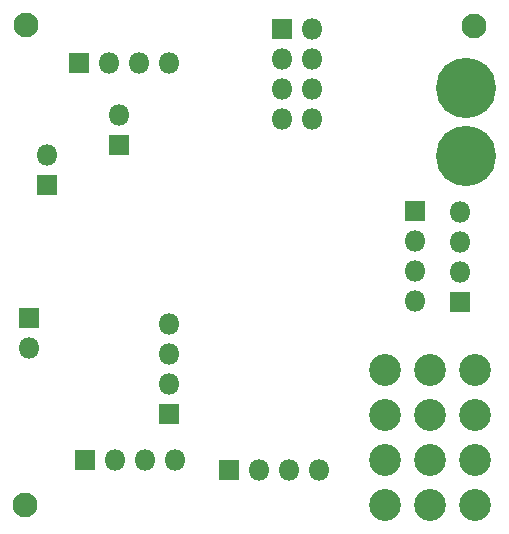
<source format=gbs>
%TF.GenerationSoftware,KiCad,Pcbnew,(5.1.6-0-10_14)*%
%TF.CreationDate,2022-05-06T10:42:22-05:00*%
%TF.ProjectId,small_led_driver,736d616c-6c5f-46c6-9564-5f6472697665,rev?*%
%TF.SameCoordinates,Original*%
%TF.FileFunction,Soldermask,Bot*%
%TF.FilePolarity,Negative*%
%FSLAX46Y46*%
G04 Gerber Fmt 4.6, Leading zero omitted, Abs format (unit mm)*
G04 Created by KiCad (PCBNEW (5.1.6-0-10_14)) date 2022-05-06 10:42:22*
%MOMM*%
%LPD*%
G01*
G04 APERTURE LIST*
%ADD10R,1.800000X1.800000*%
%ADD11O,1.800000X1.800000*%
%ADD12C,2.700000*%
%ADD13C,5.100000*%
%ADD14C,2.100000*%
G04 APERTURE END LIST*
D10*
%TO.C,J1*%
X118110000Y-95770000D03*
D11*
X118110000Y-98310000D03*
X118110000Y-100850000D03*
X118110000Y-103390000D03*
%TD*%
%TO.C,J2*%
X121970000Y-95810000D03*
X121970000Y-98350000D03*
X121970000Y-100890000D03*
D10*
X121970000Y-103430000D03*
%TD*%
D11*
%TO.C,J3*%
X97309280Y-105287704D03*
X97309280Y-107827704D03*
X97309280Y-110367704D03*
D10*
X97309280Y-112907704D03*
%TD*%
D11*
%TO.C,J4*%
X97340000Y-83240000D03*
X94800000Y-83240000D03*
X92260000Y-83240000D03*
D10*
X89720000Y-83240000D03*
%TD*%
D12*
%TO.C,J5*%
X123190000Y-113030000D03*
%TD*%
%TO.C,J6*%
X123190000Y-109220000D03*
%TD*%
%TO.C,J7*%
X123190000Y-116840000D03*
%TD*%
%TO.C,J8*%
X123190000Y-120650000D03*
%TD*%
%TO.C,J9*%
X119380000Y-113030000D03*
%TD*%
%TO.C,J10*%
X119380000Y-109220000D03*
%TD*%
%TO.C,J11*%
X119380000Y-120650000D03*
%TD*%
%TO.C,J12*%
X119380000Y-116840000D03*
%TD*%
D10*
%TO.C,J13*%
X90170000Y-116840000D03*
D11*
X92710000Y-116840000D03*
X95250000Y-116840000D03*
X97790000Y-116840000D03*
%TD*%
D10*
%TO.C,J15*%
X102382351Y-117684631D03*
D11*
X104922351Y-117684631D03*
X107462351Y-117684631D03*
X110002351Y-117684631D03*
%TD*%
D13*
%TO.C,J20*%
X122490000Y-85310000D03*
%TD*%
%TO.C,J21*%
X122510000Y-91070000D03*
%TD*%
D10*
%TO.C,SW1*%
X93130000Y-90120000D03*
D11*
X93130000Y-87580000D03*
%TD*%
D12*
%TO.C,J17*%
X115570000Y-113030000D03*
%TD*%
D10*
%TO.C,J18*%
X106900000Y-80280000D03*
D11*
X109440000Y-80280000D03*
X106900000Y-82820000D03*
X109440000Y-82820000D03*
X106900000Y-85360000D03*
X109440000Y-85360000D03*
X106900000Y-87900000D03*
X109440000Y-87900000D03*
%TD*%
D12*
%TO.C,J19*%
X115570000Y-116840000D03*
%TD*%
%TO.C,J22*%
X115570000Y-109220000D03*
%TD*%
%TO.C,J23*%
X115570000Y-120650000D03*
%TD*%
D11*
%TO.C,J14*%
X86960000Y-90990000D03*
D10*
X86960000Y-93530000D03*
%TD*%
%TO.C,J16*%
X85507846Y-104830192D03*
D11*
X85507846Y-107370192D03*
%TD*%
D14*
%TO.C,H1*%
X123130000Y-80040000D03*
%TD*%
%TO.C,H2*%
X85090000Y-120650000D03*
%TD*%
%TO.C,H3*%
X85210000Y-80010000D03*
%TD*%
M02*

</source>
